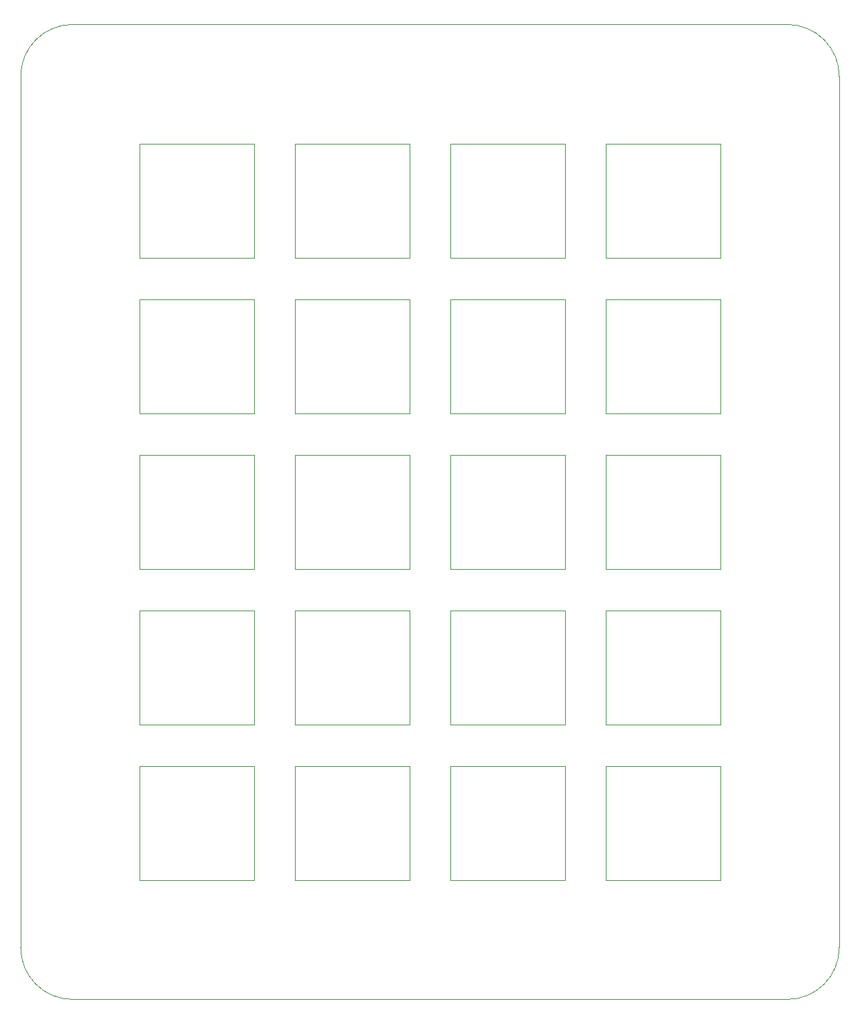
<source format=gbr>
G04 #@! TF.GenerationSoftware,KiCad,Pcbnew,(5.1.5)-3*
G04 #@! TF.CreationDate,2020-07-25T17:48:00-04:00*
G04 #@! TF.ProjectId,top-plate,746f702d-706c-4617-9465-2e6b69636164,rev?*
G04 #@! TF.SameCoordinates,Original*
G04 #@! TF.FileFunction,Profile,NP*
%FSLAX46Y46*%
G04 Gerber Fmt 4.6, Leading zero omitted, Abs format (unit mm)*
G04 Created by KiCad (PCBNEW (5.1.5)-3) date 2020-07-25 17:48:00*
%MOMM*%
%LPD*%
G04 APERTURE LIST*
%ADD10C,0.050000*%
%ADD11C,0.120000*%
G04 APERTURE END LIST*
D10*
X193040000Y-36830000D02*
X105410000Y-36830000D01*
X99060000Y-43180000D02*
X99060000Y-149860000D01*
X199390000Y-149860000D02*
X199390000Y-43180000D01*
X105410000Y-156210000D02*
X193040000Y-156210000D01*
X105410000Y-156210000D02*
G75*
G02X99060000Y-149860000I0J6350000D01*
G01*
X99060000Y-43180000D02*
G75*
G02X105410000Y-36830000I6350000J0D01*
G01*
X193040000Y-36830000D02*
G75*
G02X199390000Y-43180000I0J-6350000D01*
G01*
X199390000Y-149860000D02*
G75*
G02X193040000Y-156210000I-6350000J0D01*
G01*
D11*
X113650000Y-127620000D02*
X113650000Y-141620000D01*
X113650000Y-141620000D02*
X127650000Y-141620000D01*
X127650000Y-141620000D02*
X127650000Y-127620000D01*
X127650000Y-127620000D02*
X113650000Y-127620000D01*
X165750000Y-127620000D02*
X151750000Y-127620000D01*
X165750000Y-141620000D02*
X165750000Y-127620000D01*
X151750000Y-141620000D02*
X165750000Y-141620000D01*
X151750000Y-127620000D02*
X151750000Y-141620000D01*
X184800000Y-127620000D02*
X170800000Y-127620000D01*
X184800000Y-141620000D02*
X184800000Y-127620000D01*
X170800000Y-141620000D02*
X184800000Y-141620000D01*
X170800000Y-127620000D02*
X170800000Y-141620000D01*
X146700000Y-127620000D02*
X132700000Y-127620000D01*
X146700000Y-141620000D02*
X146700000Y-127620000D01*
X132700000Y-141620000D02*
X146700000Y-141620000D01*
X132700000Y-127620000D02*
X132700000Y-141620000D01*
X113650000Y-108570000D02*
X113650000Y-122570000D01*
X113650000Y-122570000D02*
X127650000Y-122570000D01*
X127650000Y-122570000D02*
X127650000Y-108570000D01*
X127650000Y-108570000D02*
X113650000Y-108570000D01*
X165750000Y-108570000D02*
X151750000Y-108570000D01*
X165750000Y-122570000D02*
X165750000Y-108570000D01*
X151750000Y-122570000D02*
X165750000Y-122570000D01*
X151750000Y-108570000D02*
X151750000Y-122570000D01*
X184800000Y-108570000D02*
X170800000Y-108570000D01*
X184800000Y-122570000D02*
X184800000Y-108570000D01*
X170800000Y-122570000D02*
X184800000Y-122570000D01*
X170800000Y-108570000D02*
X170800000Y-122570000D01*
X146700000Y-108570000D02*
X132700000Y-108570000D01*
X146700000Y-122570000D02*
X146700000Y-108570000D01*
X132700000Y-122570000D02*
X146700000Y-122570000D01*
X132700000Y-108570000D02*
X132700000Y-122570000D01*
X113650000Y-89520000D02*
X113650000Y-103520000D01*
X113650000Y-103520000D02*
X127650000Y-103520000D01*
X127650000Y-103520000D02*
X127650000Y-89520000D01*
X127650000Y-89520000D02*
X113650000Y-89520000D01*
X165750000Y-89520000D02*
X151750000Y-89520000D01*
X165750000Y-103520000D02*
X165750000Y-89520000D01*
X151750000Y-103520000D02*
X165750000Y-103520000D01*
X151750000Y-89520000D02*
X151750000Y-103520000D01*
X184800000Y-89520000D02*
X170800000Y-89520000D01*
X184800000Y-103520000D02*
X184800000Y-89520000D01*
X170800000Y-103520000D02*
X184800000Y-103520000D01*
X170800000Y-89520000D02*
X170800000Y-103520000D01*
X146700000Y-89520000D02*
X132700000Y-89520000D01*
X146700000Y-103520000D02*
X146700000Y-89520000D01*
X132700000Y-103520000D02*
X146700000Y-103520000D01*
X132700000Y-89520000D02*
X132700000Y-103520000D01*
X113650000Y-70470000D02*
X113650000Y-84470000D01*
X113650000Y-84470000D02*
X127650000Y-84470000D01*
X127650000Y-84470000D02*
X127650000Y-70470000D01*
X127650000Y-70470000D02*
X113650000Y-70470000D01*
X165750000Y-70470000D02*
X151750000Y-70470000D01*
X165750000Y-84470000D02*
X165750000Y-70470000D01*
X151750000Y-84470000D02*
X165750000Y-84470000D01*
X151750000Y-70470000D02*
X151750000Y-84470000D01*
X184800000Y-70470000D02*
X170800000Y-70470000D01*
X184800000Y-84470000D02*
X184800000Y-70470000D01*
X170800000Y-84470000D02*
X184800000Y-84470000D01*
X170800000Y-70470000D02*
X170800000Y-84470000D01*
X146700000Y-70470000D02*
X132700000Y-70470000D01*
X146700000Y-84470000D02*
X146700000Y-70470000D01*
X132700000Y-84470000D02*
X146700000Y-84470000D01*
X132700000Y-70470000D02*
X132700000Y-84470000D01*
X170800000Y-51420000D02*
X170800000Y-65420000D01*
X170800000Y-65420000D02*
X184800000Y-65420000D01*
X184800000Y-65420000D02*
X184800000Y-51420000D01*
X184800000Y-51420000D02*
X170800000Y-51420000D01*
X151750000Y-51420000D02*
X151750000Y-65420000D01*
X151750000Y-65420000D02*
X165750000Y-65420000D01*
X165750000Y-65420000D02*
X165750000Y-51420000D01*
X165750000Y-51420000D02*
X151750000Y-51420000D01*
X132700000Y-51420000D02*
X132700000Y-65420000D01*
X132700000Y-65420000D02*
X146700000Y-65420000D01*
X146700000Y-65420000D02*
X146700000Y-51420000D01*
X146700000Y-51420000D02*
X132700000Y-51420000D01*
X127650000Y-51420000D02*
X113650000Y-51420000D01*
X127650000Y-65420000D02*
X127650000Y-51420000D01*
X113650000Y-65420000D02*
X127650000Y-65420000D01*
X113650000Y-51420000D02*
X113650000Y-65420000D01*
M02*

</source>
